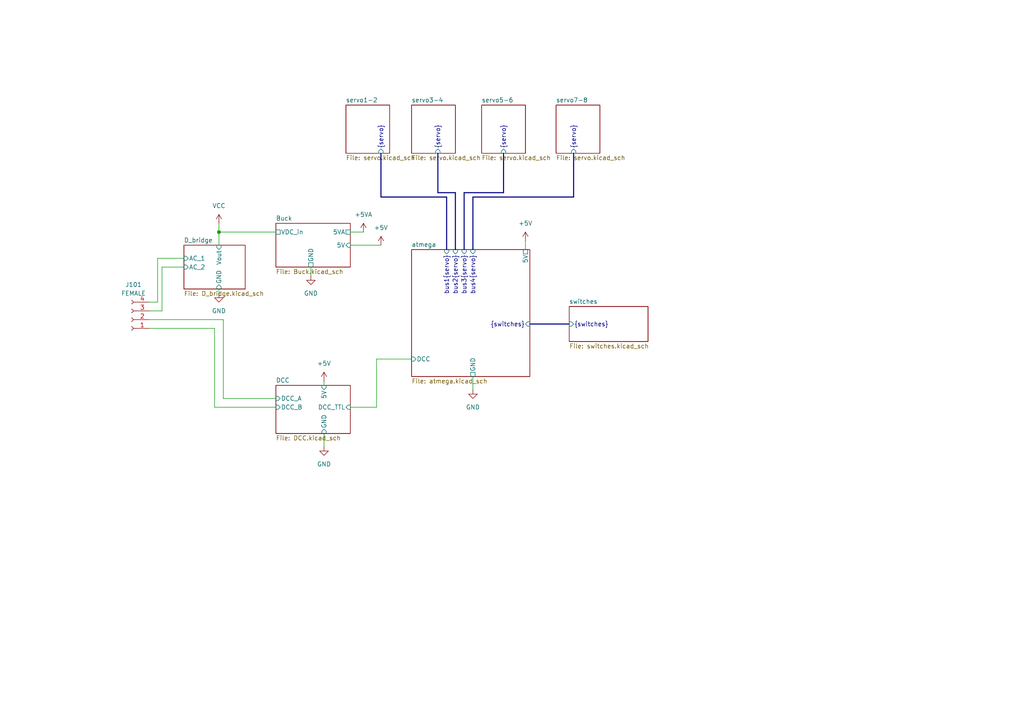
<source format=kicad_sch>
(kicad_sch (version 20231120) (generator "eeschema") (generator_version "8.0")
  (paper "A4")
  (lib_symbols
    (symbol "custom_kicad_lib_sk:connector_3.50mm_4P_horizontal_FEMALE" (pin_names (offset 1.016) hide)
      (property "Reference" "J" (at 0 5.08 0))
      (property "Value" "FEMALE" (at 0 -7.62 0))
      (symbol "connector_3.50mm_4P_horizontal_FEMALE_1_1"
        (arc (start 0 -4.572) (mid -0.5058 -5.08) (end 0 -5.588) (stroke (width 0.1524)))
        (arc (start 0 -2.032) (mid -0.5058 -2.54) (end 0 -3.048) (stroke (width 0.1524)))
        (polyline (pts (xy -1.27 -5.08) (xy -0.508 -5.08)) (stroke (width 0.1524)))
        (polyline (pts (xy -1.27 -2.54) (xy -0.508 -2.54)) (stroke (width 0.1524)))
        (polyline (pts (xy -1.27 0) (xy -0.508 0)) (stroke (width 0.1524)))
        (polyline (pts (xy -1.27 2.54) (xy -0.508 2.54)) (stroke (width 0.1524)))
        (arc (start 0 0.508) (mid -0.5058 0) (end 0 -0.508) (stroke (width 0.1524)))
        (arc (start 0 3.048) (mid -0.5058 2.54) (end 0 2.032) (stroke (width 0.1524)))
        (pin passive line (at -5.08 2.54 0) (length 3.81) (name "Pin_1") (number "1"))
        (pin passive line (at -5.08 0 0) (length 3.81) (name "Pin_2") (number "2"))
        (pin passive line (at -5.08 -2.54 0) (length 3.81) (name "Pin_3") (number "3"))
        (pin passive line (at -5.08 -5.08 0) (length 3.81) (name "Pin_4") (number "4"))
      )
    )
    (symbol "power:+5V" (power) (pin_names (offset 0))
      (property "Value" "+5V" (at 0 3.556 0))
      (symbol "+5V_0_1"
        (polyline (pts (xy -0.762 1.27) (xy 0 2.54)))
        (polyline (pts (xy 0 0) (xy 0 2.54)))
        (polyline (pts (xy 0 2.54) (xy 0.762 1.27)))
      )
      (symbol "+5V_1_1"
        (pin power_in line (at 0 0 90) (length 0) hide (name "+5V") (number "1"))
      )
    )
    (symbol "power:+5VA" (power) (pin_names (offset 0))
      (property "Value" "+5VA" (at 0 3.556 0))
      (symbol "+5VA_0_1"
        (polyline (pts (xy -0.762 1.27) (xy 0 2.54)))
        (polyline (pts (xy 0 0) (xy 0 2.54)))
        (polyline (pts (xy 0 2.54) (xy 0.762 1.27)))
      )
      (symbol "+5VA_1_1"
        (pin power_in line (at 0 0 90) (length 0) hide (name "+5VA") (number "1"))
      )
    )
    (symbol "power:GND" (power) (pin_names (offset 0))
      (property "Value" "GND" (at 0 -3.81 0))
      (symbol "GND_0_1"
        (polyline (pts (xy 0 0) (xy 0 -1.27) (xy 1.27 -1.27) (xy 0 -2.54) (xy -1.27 -1.27) (xy 0 -1.27)))
      )
      (symbol "GND_1_1"
        (pin power_in line (at 0 0 270) (length 0) hide (name "GND") (number "1"))
      )
    )
    (symbol "power:VCC" (power) (pin_names (offset 0))
      (property "Value" "VCC" (at 0 3.81 0))
      (symbol "VCC_0_1"
        (polyline (pts (xy -0.762 1.27) (xy 0 2.54)))
        (polyline (pts (xy 0 0) (xy 0 2.54)))
        (polyline (pts (xy 0 2.54) (xy 0.762 1.27)))
      )
      (symbol "VCC_1_1"
        (pin power_in line (at 0 0 90) (length 0) hide (name "VCC") (number "1"))
      )
    )
  )
  (bus_alias "servo" (members "pin1" "pin2"))
  (bus_alias "switches" (members "sw1" "sw2" "sw3" "sw4" "sw5"))
  (junction (at 63.5 67.31))
  (wire (pts (xy 90.17 77.47) (xy 90.17 80.01)))
  (bus (pts (xy 146.05 55.88) (xy 146.05 44.45)))
  (bus (pts (xy 110.49 57.15) (xy 110.49 44.45)))
  (bus (pts (xy 127 44.45) (xy 127 55.88)))
  (bus (pts (xy 137.16 57.15) (xy 166.37 57.15)))
  (wire (pts (xy 109.22 104.14) (xy 119.38 104.14)))
  (wire (pts (xy 64.77 115.57) (xy 80.01 115.57)))
  (wire (pts (xy 62.23 118.11) (xy 80.01 118.11)))
  (wire (pts (xy 45.72 74.93) (xy 53.34 74.93)))
  (wire (pts (xy 63.5 83.82) (xy 63.5 85.09)))
  (wire (pts (xy 43.18 90.17) (xy 46.99 90.17)))
  (wire (pts (xy 93.98 125.73) (xy 93.98 129.54)))
  (bus (pts (xy 153.67 93.98) (xy 165.1 93.98)))
  (wire (pts (xy 43.18 92.71) (xy 64.77 92.71)))
  (bus (pts (xy 166.37 57.15) (xy 166.37 44.45)))
  (wire (pts (xy 43.18 95.25) (xy 62.23 95.25)))
  (bus (pts (xy 137.16 72.39) (xy 137.16 57.15)))
  (wire (pts (xy 64.77 92.71) (xy 64.77 115.57)))
  (wire (pts (xy 63.5 67.31) (xy 80.01 67.31)))
  (wire (pts (xy 62.23 95.25) (xy 62.23 118.11)))
  (bus (pts (xy 134.62 72.39) (xy 134.62 55.88)))
  (bus (pts (xy 127 55.88) (xy 132.08 55.88)))
  (wire (pts (xy 101.6 67.31) (xy 105.41 67.31)))
  (wire (pts (xy 63.5 64.77) (xy 63.5 67.31)))
  (wire (pts (xy 63.5 71.12) (xy 63.5 67.31)))
  (wire (pts (xy 43.18 87.63) (xy 45.72 87.63)))
  (wire (pts (xy 46.99 90.17) (xy 46.99 77.47)))
  (wire (pts (xy 152.4 69.85) (xy 152.4 72.39)))
  (wire (pts (xy 109.22 118.11) (xy 109.22 104.14)))
  (wire (pts (xy 46.99 77.47) (xy 53.34 77.47)))
  (bus (pts (xy 134.62 55.88) (xy 146.05 55.88)))
  (bus (pts (xy 132.08 55.88) (xy 132.08 72.39)))
  (wire (pts (xy 93.98 110.49) (xy 93.98 111.76)))
  (wire (pts (xy 137.16 109.22) (xy 137.16 113.03)))
  (bus (pts (xy 129.54 57.15) (xy 110.49 57.15)))
  (bus (pts (xy 129.54 72.39) (xy 129.54 57.15)))
  (wire (pts (xy 101.6 71.12) (xy 110.49 71.12)))
  (wire (pts (xy 101.6 118.11) (xy 109.22 118.11)))
  (wire (pts (xy 45.72 87.63) (xy 45.72 74.93)))
  (symbol (lib_id "power:GND") (at 137.16 113.03 0) (unit 1)
    (property "Reference" "#PWR0108" (effects (hide yes)))
    (property "Value" "GND" (at 137.16 118.11 0))
  )
  (symbol (lib_id "power:+5V") (at 152.4 69.85 0) (unit 1)
    (property "Reference" "#PWR0109" (effects (hide yes)))
    (property "Value" "+5V" (at 152.4 64.77 0))
  )
  (symbol (lib_id "power:GND") (at 93.98 129.54 0) (unit 1)
    (property "Reference" "#PWR0105" (effects (hide yes)))
    (property "Value" "GND" (at 93.98 134.62 0))
  )
  (symbol (lib_id "power:+5V") (at 93.98 110.49 0) (unit 1)
    (property "Reference" "#PWR0104" (effects (hide yes)))
    (property "Value" "+5V" (at 93.98 105.41 0))
  )
  (symbol (lib_id "power:GND") (at 63.5 85.09 0) (unit 1)
    (property "Reference" "#PWR0110" (effects (hide yes)))
    (property "Value" "GND" (at 63.5 90.17 0))
  )
  (symbol (lib_id "custom_kicad_lib_sk:connector_3.50mm_4P_horizontal_FEMALE") (at 38.1 92.71 180) (unit 1)
    (property "Reference" "J101" (at 38.735 82.55 0))
    (property "Value" "FEMALE" (at 38.735 85.09 0))
    (property "Footprint" "Connector_Phoenix_MC:PhoenixContact_MC_1,5_4-G-3.5_1x04_P3.50mm_Horizontal" (effects (hide yes)))
    (property "Description" "Generic connector, single row, 01x04, script generated" (effects (hide yes)))
  )
  (symbol (lib_id "power:+5VA") (at 105.41 67.31 0) (unit 1)
    (property "Reference" "#PWR0103" (effects (hide yes)))
    (property "Value" "+5VA" (at 105.41 62.23 0))
  )
  (symbol (lib_id "power:VCC") (at 63.5 64.77 0) (unit 1)
    (property "Reference" "#PWR0101" (effects (hide yes)))
    (property "Value" "VCC" (at 63.5 59.69 0))
  )
  (symbol (lib_id "power:GND") (at 90.17 80.01 0) (unit 1)
    (property "Reference" "#PWR0107" (effects (hide yes)))
    (property "Value" "GND" (at 90.17 85.09 0))
  )
  (symbol (lib_id "power:+5V") (at 110.49 71.12 0) (unit 1)
    (property "Reference" "#PWR0111" (effects (hide yes)))
    (property "Value" "+5V" (at 110.49 66.04 0))
  )
  (sheet (at 100.33 30.48) (size 12.7 13.97) (stroke (width 0.1524))
    (property "Sheetname" "servo1-2" (at 100.33 29.7684 0) (effects (justify left bottom)))
    (property "Sheetfile" "servo.kicad_sch" (at 100.33 45.0346 0) (effects (justify left top)))
    (pin "{servo}" input (at 110.49 44.45 270))
  )
  (sheet (at 165.1 88.9) (size 22.86 10.16) (stroke (width 0.1524))
    (property "Sheetname" "switches" (at 165.1 88.1884 0) (effects (justify left bottom)))
    (property "Sheetfile" "switches.kicad_sch" (at 165.1 99.6446 0) (effects (justify left top)))
    (pin "{switches}" input (at 165.1 93.98 180))
  )
  (sheet (at 53.34 71.12) (size 17.78 12.7) (stroke (width 0.1524))
    (property "Sheetname" "D_bridge" (at 53.34 70.4084 0) (effects (justify left bottom)))
    (property "Sheetfile" "D_bridge.kicad_sch" (at 53.34 84.4046 0) (effects (justify left top)))
    (pin "GND" input (at 63.5 83.82 270))
    (pin "Vout" input (at 63.5 71.12 90))
    (pin "AC_1" input (at 53.34 74.93 180))
    (pin "AC_2" input (at 53.34 77.47 180))
  )
  (sheet (at 80.01 111.76) (size 21.59 13.97) (stroke (width 0.1524))
    (property "Sheetname" "DCC" (at 80.01 111.0484 0) (effects (justify left bottom)))
    (property "Sheetfile" "DCC.kicad_sch" (at 80.01 126.3146 0) (effects (justify left top)))
    (pin "5V" input (at 93.98 111.76 90))
    (pin "DCC_TTL" input (at 101.6 118.11 0))
    (pin "GND" input (at 93.98 125.73 270))
    (pin "DCC_A" input (at 80.01 115.57 180))
    (pin "DCC_B" input (at 80.01 118.11 180))
  )
  (sheet (at 119.38 30.48) (size 12.7 13.97) (stroke (width 0.1524))
    (property "Sheetname" "servo3-4" (at 119.38 29.7684 0) (effects (justify left bottom)))
    (property "Sheetfile" "servo.kicad_sch" (at 119.38 45.0346 0) (effects (justify left top)))
    (pin "{servo}" input (at 127 44.45 270))
  )
  (sheet (at 80.01 64.77) (size 21.59 12.7) (stroke (width 0.1524))
    (property "Sheetname" "Buck" (at 80.01 64.0584 0) (effects (justify left bottom)))
    (property "Sheetfile" "Buck.kicad_sch" (at 80.01 78.0546 0) (effects (justify left top)))
    (pin "VDC_in" passive (at 80.01 67.31 180))
    (pin "GND" passive (at 90.17 77.47 270))
    (pin "5V" input (at 101.6 71.12 0))
    (pin "5VA" passive (at 101.6 67.31 0))
  )
  (sheet (at 139.7 30.48) (size 12.7 13.97) (stroke (width 0.1524))
    (property "Sheetname" "servo5-6" (at 139.7 29.7684 0) (effects (justify left bottom)))
    (property "Sheetfile" "servo.kicad_sch" (at 139.7 45.0346 0) (effects (justify left top)))
    (pin "{servo}" input (at 146.05 44.45 270))
  )
  (sheet (at 161.29 30.48) (size 12.7 13.97) (stroke (width 0.1524))
    (property "Sheetname" "servo7-8" (at 161.29 29.7684 0) (effects (justify left bottom)))
    (property "Sheetfile" "servo.kicad_sch" (at 161.29 45.0346 0) (effects (justify left top)))
    (pin "{servo}" input (at 166.37 44.45 270))
  )
  (sheet (at 119.38 72.39) (size 34.29 36.83) (stroke (width 0.1524))
    (property "Sheetname" "atmega" (at 119.38 71.6784 0) (effects (justify left bottom)))
    (property "Sheetfile" "atmega.kicad_sch" (at 119.38 109.8046 0) (effects (justify left top)))
    (pin "5V" passive (at 152.4 72.39 90))
    (pin "GND" passive (at 137.16 109.22 270))
    (pin "bus2{servo}" input (at 132.08 72.39 90))
    (pin "bus1{servo}" input (at 129.54 72.39 90))
    (pin "bus3{servo}" input (at 134.62 72.39 90))
    (pin "bus4{servo}" input (at 137.16 72.39 90))
    (pin "{switches}" input (at 153.67 93.98 0))
    (pin "DCC" input (at 119.38 104.14 180))
  )
)
</source>
